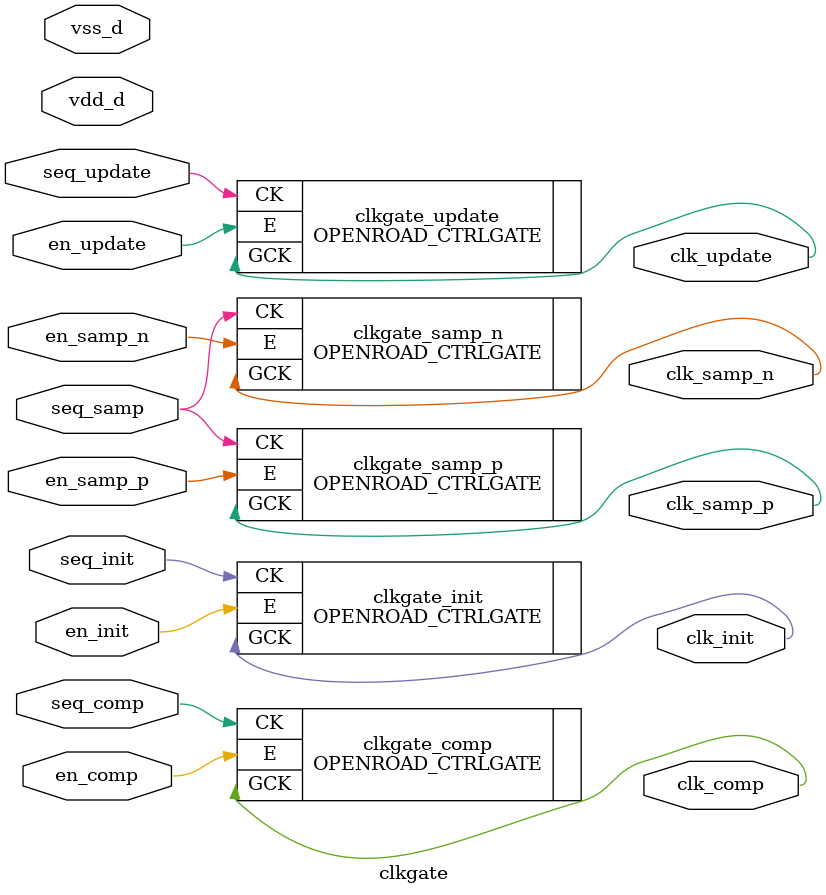
<source format=v>

(* dont_touch = "true" *)
module clkgate (
    // Sequencing signals
    input  wire seq_init,       // DAC initialization sequence timing
    input  wire seq_samp,       // Sampling sequence timing
    input  wire seq_comp,       // Comparator sequence timing
    input  wire seq_update,     // DAC update logic sequence timing

    // Enable control signals
    input  wire en_init,        // Enable initialization
    input  wire en_samp_p,      // Enable sampling positive side
    input  wire en_samp_n,      // Enable sampling negative side
    input  wire en_comp,        // Enable comparator
    input  wire en_update,      // Enable update logic

    // Output gated clocks
    output wire clk_init,       // Gated initialization clock
    output wire clk_samp_p,     // Gated sampling clock positive
    output wire clk_samp_n,     // Gated sampling clock negative
    output wire clk_comp,       // Gated comparator clock
    output wire clk_update,     // Gated update clock
    
    // Power supply signals  
    inout wire vdd_d, vss_d     // Digital supply
);

    // Generate gated clocks using custom clock gates
    OPENROAD_CTRLGATE clkgate_init (.CK(seq_init), .E(en_init), .GCK(clk_init));
    OPENROAD_CTRLGATE clkgate_samp_p (.CK(seq_samp), .E(en_samp_p), .GCK(clk_samp_p));
    OPENROAD_CTRLGATE clkgate_samp_n (.CK(seq_samp), .E(en_samp_n), .GCK(clk_samp_n));
    OPENROAD_CTRLGATE clkgate_comp (.CK(seq_comp), .E(en_comp), .GCK(clk_comp));
    OPENROAD_CTRLGATE clkgate_update (.CK(seq_update), .E(en_update), .GCK(clk_update));

endmodule

</source>
